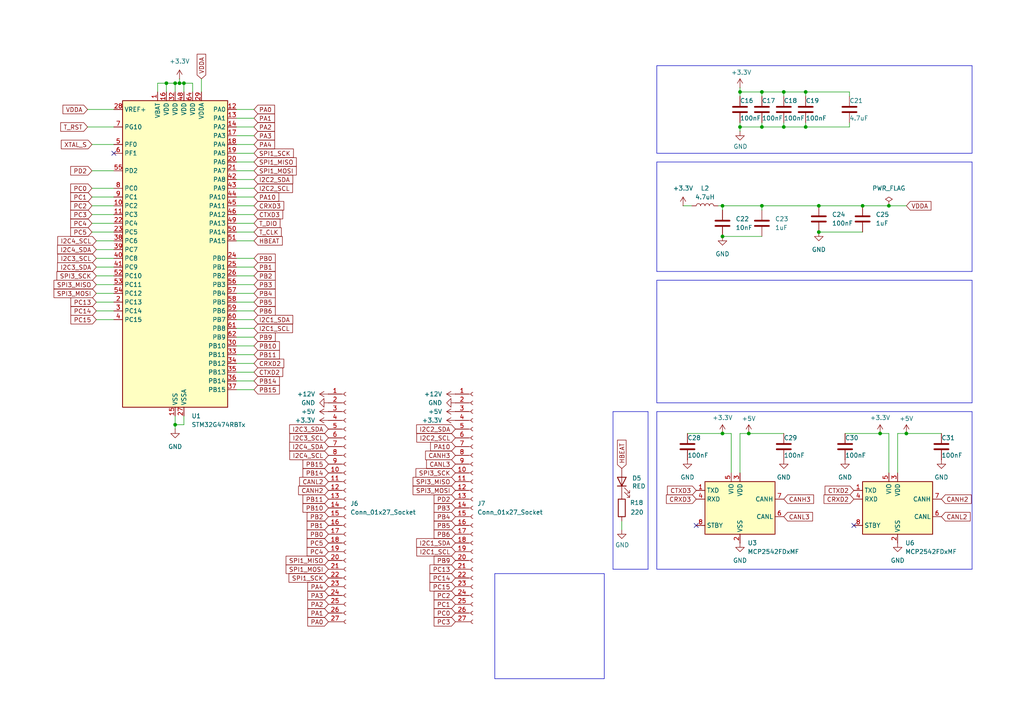
<source format=kicad_sch>
(kicad_sch (version 20231120) (generator "eeschema") (generator_version "8.0")
  (paper "A4")
  (lib_symbols
    (symbol "Connector:Conn_01x27_Socket" (pin_names (offset 1.016) hide)
      (property "Reference" "J" (at 0 35.56 0))
      (property "Value" "Conn_01x27_Socket" (at 0 -35.56 0))
      (symbol "Conn_01x27_Socket_1_1"
        (arc (start 0 -32.512) (mid -0.5058 -33.02) (end 0 -33.528) (stroke (width 0.1524)))
        (arc (start 0 -29.972) (mid -0.5058 -30.48) (end 0 -30.988) (stroke (width 0.1524)))
        (arc (start 0 -27.432) (mid -0.5058 -27.94) (end 0 -28.448) (stroke (width 0.1524)))
        (arc (start 0 -24.892) (mid -0.5058 -25.4) (end 0 -25.908) (stroke (width 0.1524)))
        (arc (start 0 -22.352) (mid -0.5058 -22.86) (end 0 -23.368) (stroke (width 0.1524)))
        (arc (start 0 -19.812) (mid -0.5058 -20.32) (end 0 -20.828) (stroke (width 0.1524)))
        (arc (start 0 -17.272) (mid -0.5058 -17.78) (end 0 -18.288) (stroke (width 0.1524)))
        (arc (start 0 -14.732) (mid -0.5058 -15.24) (end 0 -15.748) (stroke (width 0.1524)))
        (arc (start 0 -12.192) (mid -0.5058 -12.7) (end 0 -13.208) (stroke (width 0.1524)))
        (arc (start 0 -9.652) (mid -0.5058 -10.16) (end 0 -10.668) (stroke (width 0.1524)))
        (arc (start 0 -7.112) (mid -0.5058 -7.62) (end 0 -8.128) (stroke (width 0.1524)))
        (arc (start 0 -4.572) (mid -0.5058 -5.08) (end 0 -5.588) (stroke (width 0.1524)))
        (arc (start 0 -2.032) (mid -0.5058 -2.54) (end 0 -3.048) (stroke (width 0.1524)))
        (polyline (pts (xy -1.27 -33.02) (xy -0.508 -33.02)) (stroke (width 0.1524)))
        (polyline (pts (xy -1.27 -30.48) (xy -0.508 -30.48)) (stroke (width 0.1524)))
        (polyline (pts (xy -1.27 -27.94) (xy -0.508 -27.94)) (stroke (width 0.1524)))
        (polyline (pts (xy -1.27 -25.4) (xy -0.508 -25.4)) (stroke (width 0.1524)))
        (polyline (pts (xy -1.27 -22.86) (xy -0.508 -22.86)) (stroke (width 0.1524)))
        (polyline (pts (xy -1.27 -20.32) (xy -0.508 -20.32)) (stroke (width 0.1524)))
        (polyline (pts (xy -1.27 -17.78) (xy -0.508 -17.78)) (stroke (width 0.1524)))
        (polyline (pts (xy -1.27 -15.24) (xy -0.508 -15.24)) (stroke (width 0.1524)))
        (polyline (pts (xy -1.27 -12.7) (xy -0.508 -12.7)) (stroke (width 0.1524)))
        (polyline (pts (xy -1.27 -10.16) (xy -0.508 -10.16)) (stroke (width 0.1524)))
        (polyline (pts (xy -1.27 -7.62) (xy -0.508 -7.62)) (stroke (width 0.1524)))
        (polyline (pts (xy -1.27 -5.08) (xy -0.508 -5.08)) (stroke (width 0.1524)))
        (polyline (pts (xy -1.27 -2.54) (xy -0.508 -2.54)) (stroke (width 0.1524)))
        (polyline (pts (xy -1.27 0) (xy -0.508 0)) (stroke (width 0.1524)))
        (polyline (pts (xy -1.27 2.54) (xy -0.508 2.54)) (stroke (width 0.1524)))
        (polyline (pts (xy -1.27 5.08) (xy -0.508 5.08)) (stroke (width 0.1524)))
        (polyline (pts (xy -1.27 7.62) (xy -0.508 7.62)) (stroke (width 0.1524)))
        (polyline (pts (xy -1.27 10.16) (xy -0.508 10.16)) (stroke (width 0.1524)))
        (polyline (pts (xy -1.27 12.7) (xy -0.508 12.7)) (stroke (width 0.1524)))
        (polyline (pts (xy -1.27 15.24) (xy -0.508 15.24)) (stroke (width 0.1524)))
        (polyline (pts (xy -1.27 17.78) (xy -0.508 17.78)) (stroke (width 0.1524)))
        (polyline (pts (xy -1.27 20.32) (xy -0.508 20.32)) (stroke (width 0.1524)))
        (polyline (pts (xy -1.27 22.86) (xy -0.508 22.86)) (stroke (width 0.1524)))
        (polyline (pts (xy -1.27 25.4) (xy -0.508 25.4)) (stroke (width 0.1524)))
        (polyline (pts (xy -1.27 27.94) (xy -0.508 27.94)) (stroke (width 0.1524)))
        (polyline (pts (xy -1.27 30.48) (xy -0.508 30.48)) (stroke (width 0.1524)))
        (polyline (pts (xy -1.27 33.02) (xy -0.508 33.02)) (stroke (width 0.1524)))
        (arc (start 0 0.508) (mid -0.5058 0) (end 0 -0.508) (stroke (width 0.1524)))
        (arc (start 0 3.048) (mid -0.5058 2.54) (end 0 2.032) (stroke (width 0.1524)))
        (arc (start 0 5.588) (mid -0.5058 5.08) (end 0 4.572) (stroke (width 0.1524)))
        (arc (start 0 8.128) (mid -0.5058 7.62) (end 0 7.112) (stroke (width 0.1524)))
        (arc (start 0 10.668) (mid -0.5058 10.16) (end 0 9.652) (stroke (width 0.1524)))
        (arc (start 0 13.208) (mid -0.5058 12.7) (end 0 12.192) (stroke (width 0.1524)))
        (arc (start 0 15.748) (mid -0.5058 15.24) (end 0 14.732) (stroke (width 0.1524)))
        (arc (start 0 18.288) (mid -0.5058 17.78) (end 0 17.272) (stroke (width 0.1524)))
        (arc (start 0 20.828) (mid -0.5058 20.32) (end 0 19.812) (stroke (width 0.1524)))
        (arc (start 0 23.368) (mid -0.5058 22.86) (end 0 22.352) (stroke (width 0.1524)))
        (arc (start 0 25.908) (mid -0.5058 25.4) (end 0 24.892) (stroke (width 0.1524)))
        (arc (start 0 28.448) (mid -0.5058 27.94) (end 0 27.432) (stroke (width 0.1524)))
        (arc (start 0 30.988) (mid -0.5058 30.48) (end 0 29.972) (stroke (width 0.1524)))
        (arc (start 0 33.528) (mid -0.5058 33.02) (end 0 32.512) (stroke (width 0.1524)))
        (pin passive line (at -5.08 33.02 0) (length 3.81) (name "Pin_1") (number "1"))
        (pin passive line (at -5.08 10.16 0) (length 3.81) (name "Pin_10") (number "10"))
        (pin passive line (at -5.08 7.62 0) (length 3.81) (name "Pin_11") (number "11"))
        (pin passive line (at -5.08 5.08 0) (length 3.81) (name "Pin_12") (number "12"))
        (pin passive line (at -5.08 2.54 0) (length 3.81) (name "Pin_13") (number "13"))
        (pin passive line (at -5.08 0 0) (length 3.81) (name "Pin_14") (number "14"))
        (pin passive line (at -5.08 -2.54 0) (length 3.81) (name "Pin_15") (number "15"))
        (pin passive line (at -5.08 -5.08 0) (length 3.81) (name "Pin_16") (number "16"))
        (pin passive line (at -5.08 -7.62 0) (length 3.81) (name "Pin_17") (number "17"))
        (pin passive line (at -5.08 -10.16 0) (length 3.81) (name "Pin_18") (number "18"))
        (pin passive line (at -5.08 -12.7 0) (length 3.81) (name "Pin_19") (number "19"))
        (pin passive line (at -5.08 30.48 0) (length 3.81) (name "Pin_2") (number "2"))
        (pin passive line (at -5.08 -15.24 0) (length 3.81) (name "Pin_20") (number "20"))
        (pin passive line (at -5.08 -17.78 0) (length 3.81) (name "Pin_21") (number "21"))
        (pin passive line (at -5.08 -20.32 0) (length 3.81) (name "Pin_22") (number "22"))
        (pin passive line (at -5.08 -22.86 0) (length 3.81) (name "Pin_23") (number "23"))
        (pin passive line (at -5.08 -25.4 0) (length 3.81) (name "Pin_24") (number "24"))
        (pin passive line (at -5.08 -27.94 0) (length 3.81) (name "Pin_25") (number "25"))
        (pin passive line (at -5.08 -30.48 0) (length 3.81) (name "Pin_26") (number "26"))
        (pin passive line (at -5.08 -33.02 0) (length 3.81) (name "Pin_27") (number "27"))
        (pin passive line (at -5.08 27.94 0) (length 3.81) (name "Pin_3") (number "3"))
        (pin passive line (at -5.08 25.4 0) (length 3.81) (name "Pin_4") (number "4"))
        (pin passive line (at -5.08 22.86 0) (length 3.81) (name "Pin_5") (number "5"))
        (pin passive line (at -5.08 20.32 0) (length 3.81) (name "Pin_6") (number "6"))
        (pin passive line (at -5.08 17.78 0) (length 3.81) (name "Pin_7") (number "7"))
        (pin passive line (at -5.08 15.24 0) (length 3.81) (name "Pin_8") (number "8"))
        (pin passive line (at -5.08 12.7 0) (length 3.81) (name "Pin_9") (number "9"))
      )
    )
    (symbol "Device:C" (pin_numbers hide) (pin_names (offset 0.254))
      (property "Reference" "C" (at 0.635 2.54 0))
      (property "Value" "C" (at 0.635 -2.54 0))
      (symbol "C_0_1"
        (polyline (pts (xy -2.032 -0.762) (xy 2.032 -0.762)) (stroke (width 0.508)))
        (polyline (pts (xy -2.032 0.762) (xy 2.032 0.762)) (stroke (width 0.508)))
      )
      (symbol "C_1_1"
        (pin passive line (at 0 3.81 270) (length 2.794) (name "~") (number "1"))
        (pin passive line (at 0 -3.81 90) (length 2.794) (name "~") (number "2"))
      )
    )
    (symbol "Device:L" (pin_numbers hide) (pin_names (offset 1.016) hide)
      (property "Reference" "L" (at -1.27 0 90))
      (property "Value" "L" (at 1.905 0 90))
      (symbol "L_0_1"
        (arc (start 0 -2.54) (mid 0.6323 -1.905) (end 0 -1.27))
        (arc (start 0 -1.27) (mid 0.6323 -0.635) (end 0 0))
        (arc (start 0 0) (mid 0.6323 0.635) (end 0 1.27))
        (arc (start 0 1.27) (mid 0.6323 1.905) (end 0 2.54))
      )
      (symbol "L_1_1"
        (pin passive line (at 0 3.81 270) (length 1.27) (name "1") (number "1"))
        (pin passive line (at 0 -3.81 90) (length 1.27) (name "2") (number "2"))
      )
    )
    (symbol "Device:LED" (pin_numbers hide) (pin_names (offset 1.016) hide)
      (property "Reference" "D" (at 0 2.54 0))
      (property "Value" "LED" (at 0 -2.54 0))
      (symbol "LED_0_1"
        (polyline (pts (xy -1.27 -1.27) (xy -1.27 1.27)) (stroke (width 0.254)))
        (polyline (pts (xy -1.27 0) (xy 1.27 0)))
        (polyline (pts (xy 1.27 -1.27) (xy 1.27 1.27) (xy -1.27 0) (xy 1.27 -1.27)) (stroke (width 0.254)))
        (polyline (pts (xy -3.048 -0.762) (xy -4.572 -2.286) (xy -3.81 -2.286) (xy -4.572 -2.286) (xy -4.572 -1.524)))
        (polyline (pts (xy -1.778 -0.762) (xy -3.302 -2.286) (xy -2.54 -2.286) (xy -3.302 -2.286) (xy -3.302 -1.524)))
      )
      (symbol "LED_1_1"
        (pin passive line (at -3.81 0 0) (length 2.54) (name "K") (number "1"))
        (pin passive line (at 3.81 0 180) (length 2.54) (name "A") (number "2"))
      )
    )
    (symbol "Device:R" (pin_numbers hide) (pin_names (offset 0))
      (property "Reference" "R" (at 2.032 0 90))
      (property "Value" "R" (at 0 0 90))
      (symbol "R_0_1"
        (rectangle (start -1.016 -2.54) (end 1.016 2.54) (stroke (width 0.254)))
      )
      (symbol "R_1_1"
        (pin passive line (at 0 3.81 270) (length 1.27) (name "~") (number "1"))
        (pin passive line (at 0 -3.81 90) (length 1.27) (name "~") (number "2"))
      )
    )
    (symbol "Interface_CAN_LIN:MCP2542FDxMF"
      (property "Reference" "U" (at -10.16 8.89 0))
      (property "Value" "MCP2542FDxMF" (at 2.54 8.89 0))
      (symbol "MCP2542FDxMF_0_1"
        (rectangle (start -10.16 7.62) (end 10.16 -7.62) (stroke (width 0.254)) (fill (type background)))
      )
      (symbol "MCP2542FDxMF_1_1"
        (pin input line (at -12.7 5.08 0) (length 2.54) (name "TXD") (number "1"))
        (pin power_in line (at 0 -10.16 90) (length 2.54) (name "VSS") (number "2"))
        (pin power_in line (at 0 10.16 270) (length 2.54) (name "VDD") (number "3"))
        (pin output line (at -12.7 2.54 0) (length 2.54) (name "RXD") (number "4"))
        (pin power_in line (at -2.54 10.16 270) (length 2.54) (name "VIO") (number "5"))
        (pin bidirectional line (at 12.7 -2.54 180) (length 2.54) (name "CANL") (number "6"))
        (pin bidirectional line (at 12.7 2.54 180) (length 2.54) (name "CANH") (number "7"))
        (pin input line (at -12.7 -5.08 0) (length 2.54) (name "STBY") (number "8"))
        (pin passive line (at 0 -10.16 90) (length 2.54) hide (name "VSS") (number "9"))
      )
    )
    (symbol "MCU_ST_STM32G4:STM32G474RBTx"
      (property "Reference" "U" (at -15.24 46.99 0))
      (property "Value" "STM32G474RBTx" (at 10.16 46.99 0))
      (symbol "STM32G474RBTx_0_1"
        (rectangle (start -15.24 -43.18) (end 15.24 45.72) (stroke (width 0.254)) (fill (type background)))
      )
      (symbol "STM32G474RBTx_1_1"
        (pin power_in line (at -5.08 48.26 270) (length 2.54) (name "VBAT") (number "1"))
        (pin bidirectional line (at -17.78 15.24 0) (length 2.54) (name "PC2") (number "10"))
        (pin bidirectional line (at -17.78 12.7 0) (length 2.54) (name "PC3") (number "11"))
        (pin bidirectional line (at 17.78 43.18 180) (length 2.54) (name "PA0") (number "12"))
        (pin bidirectional line (at 17.78 40.64 180) (length 2.54) (name "PA1") (number "13"))
        (pin bidirectional line (at 17.78 38.1 180) (length 2.54) (name "PA2") (number "14"))
        (pin power_in line (at 0 -45.72 90) (length 2.54) (name "VSS") (number "15"))
        (pin power_in line (at -2.54 48.26 270) (length 2.54) (name "VDD") (number "16"))
        (pin bidirectional line (at 17.78 35.56 180) (length 2.54) (name "PA3") (number "17"))
        (pin bidirectional line (at 17.78 33.02 180) (length 2.54) (name "PA4") (number "18"))
        (pin bidirectional line (at 17.78 30.48 180) (length 2.54) (name "PA5") (number "19"))
        (pin bidirectional line (at -17.78 -12.7 0) (length 2.54) (name "PC13") (number "2"))
        (pin bidirectional line (at 17.78 27.94 180) (length 2.54) (name "PA6") (number "20"))
        (pin bidirectional line (at 17.78 25.4 180) (length 2.54) (name "PA7") (number "21"))
        (pin bidirectional line (at -17.78 10.16 0) (length 2.54) (name "PC4") (number "22"))
        (pin bidirectional line (at -17.78 7.62 0) (length 2.54) (name "PC5") (number "23"))
        (pin bidirectional line (at 17.78 0 180) (length 2.54) (name "PB0") (number "24"))
        (pin bidirectional line (at 17.78 -2.54 180) (length 2.54) (name "PB1") (number "25"))
        (pin bidirectional line (at 17.78 -5.08 180) (length 2.54) (name "PB2") (number "26"))
        (pin power_in line (at 2.54 -45.72 90) (length 2.54) (name "VSSA") (number "27"))
        (pin input line (at -17.78 43.18 0) (length 2.54) (name "VREF+") (number "28"))
        (pin power_in line (at 7.62 48.26 270) (length 2.54) (name "VDDA") (number "29"))
        (pin bidirectional line (at -17.78 -15.24 0) (length 2.54) (name "PC14") (number "3"))
        (pin bidirectional line (at 17.78 -25.4 180) (length 2.54) (name "PB10") (number "30"))
        (pin passive line (at 0 -45.72 90) (length 2.54) hide (name "VSS") (number "31"))
        (pin power_in line (at 0 48.26 270) (length 2.54) (name "VDD") (number "32"))
        (pin bidirectional line (at 17.78 -27.94 180) (length 2.54) (name "PB11") (number "33"))
        (pin bidirectional line (at 17.78 -30.48 180) (length 2.54) (name "PB12") (number "34"))
        (pin bidirectional line (at 17.78 -33.02 180) (length 2.54) (name "PB13") (number "35"))
        (pin bidirectional line (at 17.78 -35.56 180) (length 2.54) (name "PB14") (number "36"))
        (pin bidirectional line (at 17.78 -38.1 180) (length 2.54) (name "PB15") (number "37"))
        (pin bidirectional line (at -17.78 5.08 0) (length 2.54) (name "PC6") (number "38"))
        (pin bidirectional line (at -17.78 2.54 0) (length 2.54) (name "PC7") (number "39"))
        (pin bidirectional line (at -17.78 -17.78 0) (length 2.54) (name "PC15") (number "4"))
        (pin bidirectional line (at -17.78 0 0) (length 2.54) (name "PC8") (number "40"))
        (pin bidirectional line (at -17.78 -2.54 0) (length 2.54) (name "PC9") (number "41"))
        (pin bidirectional line (at 17.78 22.86 180) (length 2.54) (name "PA8") (number "42"))
        (pin bidirectional line (at 17.78 20.32 180) (length 2.54) (name "PA9") (number "43"))
        (pin bidirectional line (at 17.78 17.78 180) (length 2.54) (name "PA10") (number "44"))
        (pin bidirectional line (at 17.78 15.24 180) (length 2.54) (name "PA11") (number "45"))
        (pin bidirectional line (at 17.78 12.7 180) (length 2.54) (name "PA12") (number "46"))
        (pin passive line (at 0 -45.72 90) (length 2.54) hide (name "VSS") (number "47"))
        (pin power_in line (at 2.54 48.26 270) (length 2.54) (name "VDD") (number "48"))
        (pin bidirectional line (at 17.78 10.16 180) (length 2.54) (name "PA13") (number "49"))
        (pin bidirectional line (at -17.78 33.02 0) (length 2.54) (name "PF0") (number "5"))
        (pin bidirectional line (at 17.78 7.62 180) (length 2.54) (name "PA14") (number "50"))
        (pin bidirectional line (at 17.78 5.08 180) (length 2.54) (name "PA15") (number "51"))
        (pin bidirectional line (at -17.78 -5.08 0) (length 2.54) (name "PC10") (number "52"))
        (pin bidirectional line (at -17.78 -7.62 0) (length 2.54) (name "PC11") (number "53"))
        (pin bidirectional line (at -17.78 -10.16 0) (length 2.54) (name "PC12") (number "54"))
        (pin bidirectional line (at -17.78 25.4 0) (length 2.54) (name "PD2") (number "55"))
        (pin bidirectional line (at 17.78 -7.62 180) (length 2.54) (name "PB3") (number "56"))
        (pin bidirectional line (at 17.78 -10.16 180) (length 2.54) (name "PB4") (number "57"))
        (pin bidirectional line (at 17.78 -12.7 180) (length 2.54) (name "PB5") (number "58"))
        (pin bidirectional line (at 17.78 -15.24 180) (length 2.54) (name "PB6") (number "59"))
        (pin bidirectional line (at -17.78 30.48 0) (length 2.54) (name "PF1") (number "6"))
        (pin bidirectional line (at 17.78 -17.78 180) (length 2.54) (name "PB7") (number "60"))
        (pin bidirectional line (at 17.78 -20.32 180) (length 2.54) (name "PB8") (number "61"))
        (pin bidirectional line (at 17.78 -22.86 180) (length 2.54) (name "PB9") (number "62"))
        (pin passive line (at 0 -45.72 90) (length 2.54) hide (name "VSS") (number "63"))
        (pin power_in line (at 5.08 48.26 270) (length 2.54) (name "VDD") (number "64"))
        (pin bidirectional line (at -17.78 38.1 0) (length 2.54) (name "PG10") (number "7"))
        (pin bidirectional line (at -17.78 20.32 0) (length 2.54) (name "PC0") (number "8"))
        (pin bidirectional line (at -17.78 17.78 0) (length 2.54) (name "PC1") (number "9"))
      )
    )
    (symbol "power:+12V" (power) (pin_numbers hide) (pin_names (offset 0) hide)
      (property "Value" "+12V" (at 0 3.556 0))
      (symbol "+12V_0_1"
        (polyline (pts (xy -0.762 1.27) (xy 0 2.54)))
        (polyline (pts (xy 0 0) (xy 0 2.54)))
        (polyline (pts (xy 0 2.54) (xy 0.762 1.27)))
      )
      (symbol "+12V_1_1"
        (pin power_in line (at 0 0 90) (length 0) (name "~") (number "1"))
      )
    )
    (symbol "power:+3.3V" (power) (pin_numbers hide) (pin_names (offset 0) hide)
      (property "Value" "+3.3V" (at 0 3.556 0))
      (symbol "+3.3V_0_1"
        (polyline (pts (xy -0.762 1.27) (xy 0 2.54)))
        (polyline (pts (xy 0 0) (xy 0 2.54)))
        (polyline (pts (xy 0 2.54) (xy 0.762 1.27)))
      )
      (symbol "+3.3V_1_1"
        (pin power_in line (at 0 0 90) (length 0) (name "~") (number "1"))
      )
    )
    (symbol "power:+3V3" (power) (pin_numbers hide) (pin_names (offset 0) hide)
      (property "Value" "+3V3" (at 0 3.556 0))
      (symbol "+3V3_0_1"
        (polyline (pts (xy -0.762 1.27) (xy 0 2.54)))
        (polyline (pts (xy 0 0) (xy 0 2.54)))
        (polyline (pts (xy 0 2.54) (xy 0.762 1.27)))
      )
      (symbol "+3V3_1_1"
        (pin power_in line (at 0 0 90) (length 0) (name "~") (number "1"))
      )
    )
    (symbol "power:+5V" (power) (pin_numbers hide) (pin_names (offset 0) hide)
      (property "Value" "+5V" (at 0 3.556 0))
      (symbol "+5V_0_1"
        (polyline (pts (xy -0.762 1.27) (xy 0 2.54)))
        (polyline (pts (xy 0 0) (xy 0 2.54)))
        (polyline (pts (xy 0 2.54) (xy 0.762 1.27)))
      )
      (symbol "+5V_1_1"
        (pin power_in line (at 0 0 90) (length 0) (name "~") (number "1"))
      )
    )
    (symbol "power:GND" (power) (pin_numbers hide) (pin_names (offset 0) hide)
      (property "Value" "GND" (at 0 -3.81 0))
      (symbol "GND_0_1"
        (polyline (pts (xy 0 0) (xy 0 -1.27) (xy 1.27 -1.27) (xy 0 -2.54) (xy -1.27 -1.27) (xy 0 -1.27)))
      )
      (symbol "GND_1_1"
        (pin power_in line (at 0 0 270) (length 0) (name "~") (number "1"))
      )
    )
    (symbol "power:PWR_FLAG" (power) (pin_numbers hide) (pin_names (offset 0) hide)
      (property "Value" "PWR_FLAG" (at 0 3.81 0))
      (symbol "PWR_FLAG_0_0"
        (pin power_out line (at 0 0 90) (length 0) (name "~") (number "1"))
      )
      (symbol "PWR_FLAG_0_1"
        (polyline (pts (xy 0 0) (xy 0 1.27) (xy -1.016 1.905) (xy 0 2.54) (xy 1.016 1.905) (xy 0 1.27)))
      )
    )
  )
  (junction (at 227.33 36.83))
  (junction (at 262.89 125.73))
  (junction (at 50.8 123.19))
  (junction (at 209.55 68.58))
  (junction (at 255.27 125.73))
  (junction (at 237.49 67.31))
  (junction (at 237.49 59.69))
  (junction (at 214.63 26.67))
  (junction (at 209.55 125.73))
  (junction (at 52.07 24.13))
  (junction (at 250.19 59.69))
  (junction (at 217.17 125.73))
  (junction (at 209.55 59.69))
  (junction (at 50.8 24.13))
  (junction (at 220.98 36.83))
  (junction (at 48.26 24.13))
  (junction (at 53.34 24.13))
  (junction (at 220.98 59.69))
  (junction (at 257.81 59.69))
  (junction (at 233.68 36.83))
  (junction (at 220.98 26.67))
  (junction (at 227.33 26.67))
  (junction (at 214.63 36.83))
  (junction (at 233.68 26.67))
  (no_connect (at 33.02 44.45))
  (no_connect (at 247.65 152.4))
  (no_connect (at 201.93 152.4))
  (wire (pts (xy 68.58 62.23) (xy 73.66 62.23)))
  (wire (pts (xy 53.34 24.13) (xy 55.88 24.13)))
  (wire (pts (xy 73.66 64.77) (xy 68.58 64.77)))
  (wire (pts (xy 45.72 24.13) (xy 45.72 26.67)))
  (wire (pts (xy 50.8 24.13) (xy 50.8 26.67)))
  (wire (pts (xy 68.58 49.53) (xy 73.66 49.53)))
  (polyline (pts (xy 190.5 119.38) (xy 190.5 165.1)))
  (polyline (pts (xy 143.51 196.85) (xy 175.26 196.85)))
  (wire (pts (xy 214.63 36.83) (xy 214.63 38.1)))
  (wire (pts (xy 220.98 59.69) (xy 220.98 60.96)))
  (wire (pts (xy 220.98 36.83) (xy 214.63 36.83)))
  (wire (pts (xy 212.09 125.73) (xy 209.55 125.73)))
  (wire (pts (xy 26.67 41.91) (xy 33.02 41.91)))
  (wire (pts (xy 48.26 24.13) (xy 48.26 26.67)))
  (wire (pts (xy 73.66 82.55) (xy 68.58 82.55)))
  (wire (pts (xy 68.58 102.87) (xy 73.66 102.87)))
  (wire (pts (xy 45.72 24.13) (xy 48.26 24.13)))
  (polyline (pts (xy 190.5 19.05) (xy 190.5 44.45)))
  (wire (pts (xy 209.55 68.58) (xy 220.98 68.58)))
  (wire (pts (xy 68.58 44.45) (xy 73.66 44.45)))
  (wire (pts (xy 220.98 27.94) (xy 220.98 26.67)))
  (wire (pts (xy 68.58 113.03) (xy 73.66 113.03)))
  (wire (pts (xy 26.67 59.69) (xy 33.02 59.69)))
  (wire (pts (xy 68.58 100.33) (xy 73.66 100.33)))
  (wire (pts (xy 26.67 64.77) (xy 33.02 64.77)))
  (wire (pts (xy 27.94 82.55) (xy 33.02 82.55)))
  (wire (pts (xy 227.33 35.56) (xy 227.33 36.83)))
  (polyline (pts (xy 190.5 116.84) (xy 281.94 116.84)))
  (wire (pts (xy 27.94 85.09) (xy 33.02 85.09)))
  (wire (pts (xy 50.8 123.19) (xy 50.8 124.46)))
  (wire (pts (xy 50.8 24.13) (xy 52.07 24.13)))
  (polyline (pts (xy 187.96 165.1) (xy 177.8 165.1)))
  (wire (pts (xy 220.98 59.69) (xy 237.49 59.69)))
  (wire (pts (xy 73.66 107.95) (xy 68.58 107.95)))
  (wire (pts (xy 68.58 90.17) (xy 73.66 90.17)))
  (wire (pts (xy 68.58 46.99) (xy 73.66 46.99)))
  (polyline (pts (xy 175.26 166.37) (xy 143.51 166.37)))
  (polyline (pts (xy 190.5 81.28) (xy 190.5 83.82)))
  (polyline (pts (xy 190.5 78.74) (xy 190.5 46.99)))
  (wire (pts (xy 53.34 24.13) (xy 53.34 26.67)))
  (wire (pts (xy 25.4 31.75) (xy 33.02 31.75)))
  (polyline (pts (xy 143.51 166.37) (xy 143.51 196.85)))
  (wire (pts (xy 257.81 125.73) (xy 257.81 137.16)))
  (wire (pts (xy 246.38 35.56) (xy 246.38 36.83)))
  (wire (pts (xy 214.63 137.16) (xy 214.63 125.73)))
  (polyline (pts (xy 177.8 165.1) (xy 177.8 119.38)))
  (wire (pts (xy 68.58 67.31) (xy 73.66 67.31)))
  (wire (pts (xy 220.98 26.67) (xy 214.63 26.67)))
  (wire (pts (xy 214.63 26.67) (xy 214.63 25.4)))
  (wire (pts (xy 68.58 87.63) (xy 73.66 87.63)))
  (wire (pts (xy 233.68 26.67) (xy 227.33 26.67)))
  (wire (pts (xy 52.07 22.86) (xy 52.07 24.13)))
  (wire (pts (xy 26.67 54.61) (xy 33.02 54.61)))
  (wire (pts (xy 27.94 72.39) (xy 33.02 72.39)))
  (wire (pts (xy 233.68 26.67) (xy 246.38 26.67)))
  (wire (pts (xy 55.88 24.13) (xy 55.88 26.67)))
  (polyline (pts (xy 177.8 119.38) (xy 187.96 119.38)))
  (wire (pts (xy 220.98 35.56) (xy 220.98 36.83)))
  (polyline (pts (xy 281.94 19.05) (xy 190.5 19.05)))
  (polyline (pts (xy 187.96 165.1) (xy 187.96 165.1)))
  (wire (pts (xy 68.58 105.41) (xy 73.66 105.41)))
  (wire (pts (xy 68.58 80.01) (xy 73.66 80.01)))
  (wire (pts (xy 68.58 92.71) (xy 73.66 92.71)))
  (polyline (pts (xy 281.94 44.45) (xy 281.94 19.05)))
  (wire (pts (xy 68.58 41.91) (xy 73.66 41.91)))
  (wire (pts (xy 27.94 74.93) (xy 33.02 74.93)))
  (wire (pts (xy 68.58 31.75) (xy 73.66 31.75)))
  (wire (pts (xy 260.35 137.16) (xy 260.35 125.73)))
  (polyline (pts (xy 281.94 81.28) (xy 190.5 81.28)))
  (wire (pts (xy 214.63 35.56) (xy 214.63 36.83)))
  (polyline (pts (xy 281.94 165.1) (xy 190.5 165.1)))
  (wire (pts (xy 26.67 57.15) (xy 33.02 57.15)))
  (wire (pts (xy 50.8 123.19) (xy 53.34 123.19)))
  (wire (pts (xy 209.55 59.69) (xy 209.55 60.96)))
  (wire (pts (xy 68.58 74.93) (xy 73.66 74.93)))
  (wire (pts (xy 53.34 123.19) (xy 53.34 120.65)))
  (polyline (pts (xy 281.94 119.38) (xy 281.94 165.1)))
  (polyline (pts (xy 190.5 44.45) (xy 281.94 44.45)))
  (wire (pts (xy 58.42 22.86) (xy 58.42 26.67)))
  (wire (pts (xy 214.63 27.94) (xy 214.63 26.67)))
  (wire (pts (xy 257.81 59.69) (xy 262.89 59.69)))
  (wire (pts (xy 52.07 24.13) (xy 53.34 24.13)))
  (wire (pts (xy 68.58 52.07) (xy 73.66 52.07)))
  (polyline (pts (xy 175.26 166.37) (xy 175.26 196.85)))
  (polyline (pts (xy 281.94 116.84) (xy 281.94 81.28)))
  (polyline (pts (xy 187.96 119.38) (xy 187.96 165.1)))
  (wire (pts (xy 198.12 59.69) (xy 200.66 59.69)))
  (wire (pts (xy 209.55 125.73) (xy 199.39 125.73)))
  (polyline (pts (xy 190.5 46.99) (xy 281.94 46.99)))
  (polyline (pts (xy 190.5 78.74) (xy 281.94 78.74)))
  (wire (pts (xy 233.68 36.83) (xy 227.33 36.83)))
  (wire (pts (xy 26.67 49.53) (xy 33.02 49.53)))
  (wire (pts (xy 26.67 62.23) (xy 33.02 62.23)))
  (wire (pts (xy 26.67 67.31) (xy 33.02 67.31)))
  (wire (pts (xy 257.81 125.73) (xy 255.27 125.73)))
  (wire (pts (xy 68.58 59.69) (xy 73.66 59.69)))
  (wire (pts (xy 68.58 36.83) (xy 73.66 36.83)))
  (polyline (pts (xy 190.5 83.82) (xy 190.5 116.84)))
  (wire (pts (xy 27.94 87.63) (xy 33.02 87.63)))
  (wire (pts (xy 73.66 110.49) (xy 68.58 110.49)))
  (wire (pts (xy 209.55 59.69) (xy 220.98 59.69)))
  (wire (pts (xy 68.58 39.37) (xy 73.66 39.37)))
  (wire (pts (xy 233.68 35.56) (xy 233.68 36.83)))
  (wire (pts (xy 27.94 90.17) (xy 33.02 90.17)))
  (wire (pts (xy 68.58 57.15) (xy 73.66 57.15)))
  (wire (pts (xy 208.28 59.69) (xy 209.55 59.69)))
  (wire (pts (xy 48.26 24.13) (xy 50.8 24.13)))
  (wire (pts (xy 68.58 77.47) (xy 73.66 77.47)))
  (wire (pts (xy 27.94 92.71) (xy 33.02 92.71)))
  (wire (pts (xy 233.68 27.94) (xy 233.68 26.67)))
  (wire (pts (xy 25.4 36.83) (xy 33.02 36.83)))
  (wire (pts (xy 237.49 59.69) (xy 250.19 59.69)))
  (wire (pts (xy 227.33 26.67) (xy 220.98 26.67)))
  (wire (pts (xy 260.35 125.73) (xy 262.89 125.73)))
  (wire (pts (xy 227.33 27.94) (xy 227.33 26.67)))
  (wire (pts (xy 68.58 97.79) (xy 73.66 97.79)))
  (wire (pts (xy 233.68 36.83) (xy 246.38 36.83)))
  (wire (pts (xy 237.49 67.31) (xy 250.19 67.31)))
  (wire (pts (xy 250.19 59.69) (xy 257.81 59.69)))
  (wire (pts (xy 27.94 69.85) (xy 33.02 69.85)))
  (wire (pts (xy 50.8 120.65) (xy 50.8 123.19)))
  (wire (pts (xy 68.58 54.61) (xy 73.66 54.61)))
  (wire (pts (xy 212.09 125.73) (xy 212.09 137.16)))
  (wire (pts (xy 68.58 95.25) (xy 73.66 95.25)))
  (wire (pts (xy 217.17 125.73) (xy 227.33 125.73)))
  (wire (pts (xy 180.34 153.67) (xy 180.34 151.13)))
  (wire (pts (xy 73.66 85.09) (xy 68.58 85.09)))
  (wire (pts (xy 27.94 80.01) (xy 33.02 80.01)))
  (wire (pts (xy 227.33 36.83) (xy 220.98 36.83)))
  (wire (pts (xy 214.63 125.73) (xy 217.17 125.73)))
  (wire (pts (xy 68.58 34.29) (xy 73.66 34.29)))
  (wire (pts (xy 246.38 27.94) (xy 246.38 26.67)))
  (wire (pts (xy 68.58 69.85) (xy 73.66 69.85)))
  (polyline (pts (xy 190.5 119.38) (xy 281.94 119.38)))
  (polyline (pts (xy 281.94 46.99) (xy 281.94 78.74)))
  (wire (pts (xy 27.94 77.47) (xy 33.02 77.47)))
  (wire (pts (xy 255.27 125.73) (xy 245.11 125.73)))
  (wire (pts (xy 262.89 125.73) (xy 273.05 125.73)))
  (global_label "I2C3_SCL" (shape input) (at 27.94 74.93 180) (property "Intersheetrefs" "${INTERSHEET_REFS}" (effects (hide yes))))
  (global_label "PC4" (shape input) (at 95.25 160.02 180) (property "Intersheetrefs" "${INTERSHEET_REFS}" (effects (hide yes))))
  (global_label "PA2" (shape input) (at 95.25 175.26 180) (property "Intersheetrefs" "${INTERSHEET_REFS}" (effects (hide yes))))
  (global_label "PB9" (shape input) (at 73.66 97.79 0) (property "Intersheetrefs" "${INTERSHEET_REFS}" (effects (hide yes))))
  (global_label "PC0" (shape input) (at 132.08 177.8 180) (property "Intersheetrefs" "${INTERSHEET_REFS}" (effects (hide yes))))
  (global_label "PC5" (shape input) (at 26.67 67.31 180) (property "Intersheetrefs" "${INTERSHEET_REFS}" (effects (hide yes))))
  (global_label "PB5" (shape input) (at 73.66 87.63 0) (property "Intersheetrefs" "${INTERSHEET_REFS}" (effects (hide yes))))
  (global_label "CANL2" (shape input) (at 95.25 139.7 180) (property "Intersheetrefs" "${INTERSHEET_REFS}" (effects (hide yes))))
  (global_label "PC1" (shape input) (at 132.08 175.26 180) (property "Intersheetrefs" "${INTERSHEET_REFS}" (effects (hide yes))))
  (global_label "I2C3_SDA" (shape input) (at 27.94 77.47 180) (property "Intersheetrefs" "${INTERSHEET_REFS}" (effects (hide yes))))
  (global_label "PB11" (shape input) (at 95.25 144.78 180) (property "Intersheetrefs" "${INTERSHEET_REFS}" (effects (hide yes))))
  (global_label "PB10" (shape input) (at 73.66 100.33 0) (property "Intersheetrefs" "${INTERSHEET_REFS}" (effects (hide yes))))
  (global_label "PA0" (shape input) (at 73.66 31.75 0) (property "Intersheetrefs" "${INTERSHEET_REFS}" (effects (hide yes))))
  (global_label "PA1" (shape input) (at 95.25 177.8 180) (property "Intersheetrefs" "${INTERSHEET_REFS}" (effects (hide yes))))
  (global_label "T_RST" (shape input) (at 25.4 36.83 180) (property "Intersheetrefs" "${INTERSHEET_REFS}" (effects (hide yes))))
  (global_label "PA3" (shape input) (at 95.25 172.72 180) (property "Intersheetrefs" "${INTERSHEET_REFS}" (effects (hide yes))))
  (global_label "SPI1_SCK" (shape input) (at 73.66 44.45 0) (property "Intersheetrefs" "${INTERSHEET_REFS}" (effects (hide yes))))
  (global_label "CTXD2" (shape input) (at 247.65 142.24 180) (property "Intersheetrefs" "${INTERSHEET_REFS}" (effects (hide yes))))
  (global_label "PC0" (shape input) (at 26.67 54.61 180) (property "Intersheetrefs" "${INTERSHEET_REFS}" (effects (hide yes))))
  (global_label "PB10" (shape input) (at 95.25 147.32 180) (property "Intersheetrefs" "${INTERSHEET_REFS}" (effects (hide yes))))
  (global_label "I2C2_SDA" (shape input) (at 73.66 52.07 0) (property "Intersheetrefs" "${INTERSHEET_REFS}" (effects (hide yes))))
  (global_label "HBEAT" (shape input) (at 180.34 135.89 90) (property "Intersheetrefs" "${INTERSHEET_REFS}" (effects (hide yes))))
  (global_label "PB4" (shape input) (at 132.08 149.86 180) (property "Intersheetrefs" "${INTERSHEET_REFS}" (effects (hide yes))))
  (global_label "I2C3_SDA" (shape input) (at 95.25 124.46 180) (property "Intersheetrefs" "${INTERSHEET_REFS}" (effects (hide yes))))
  (global_label "SPI3_MOSI" (shape input) (at 132.08 142.24 180) (property "Intersheetrefs" "${INTERSHEET_REFS}" (effects (hide yes))))
  (global_label "PB14" (shape input) (at 73.66 110.49 0) (property "Intersheetrefs" "${INTERSHEET_REFS}" (effects (hide yes))))
  (global_label "PA2" (shape input) (at 73.66 36.83 0) (property "Intersheetrefs" "${INTERSHEET_REFS}" (effects (hide yes))))
  (global_label "PD2" (shape input) (at 132.08 144.78 180) (property "Intersheetrefs" "${INTERSHEET_REFS}" (effects (hide yes))))
  (global_label "PC5" (shape input) (at 95.25 157.48 180) (property "Intersheetrefs" "${INTERSHEET_REFS}" (effects (hide yes))))
  (global_label "SPI1_MOSI" (shape input) (at 73.66 49.53 0) (property "Intersheetrefs" "${INTERSHEET_REFS}" (effects (hide yes))))
  (global_label "SPI3_SCK" (shape input) (at 27.94 80.01 180) (property "Intersheetrefs" "${INTERSHEET_REFS}" (effects (hide yes))))
  (global_label "CANH2" (shape input) (at 95.25 142.24 180) (property "Intersheetrefs" "${INTERSHEET_REFS}" (effects (hide yes))))
  (global_label "I2C3_SCL" (shape input) (at 95.25 127 180) (property "Intersheetrefs" "${INTERSHEET_REFS}" (effects (hide yes))))
  (global_label "PB1" (shape input) (at 73.66 77.47 0) (property "Intersheetrefs" "${INTERSHEET_REFS}" (effects (hide yes))))
  (global_label "I2C1_SDA" (shape input) (at 73.66 92.71 0) (property "Intersheetrefs" "${INTERSHEET_REFS}" (effects (hide yes))))
  (global_label "CRXD2" (shape input) (at 247.65 144.78 180) (property "Intersheetrefs" "${INTERSHEET_REFS}" (effects (hide yes))))
  (global_label "PB6" (shape input) (at 132.08 154.94 180) (property "Intersheetrefs" "${INTERSHEET_REFS}" (effects (hide yes))))
  (global_label "SPI3_MOSI" (shape input) (at 27.94 85.09 180) (property "Intersheetrefs" "${INTERSHEET_REFS}" (effects (hide yes))))
  (global_label "PB0" (shape input) (at 73.66 74.93 0) (property "Intersheetrefs" "${INTERSHEET_REFS}" (effects (hide yes))))
  (global_label "CRXD3" (shape input) (at 73.66 59.69 0) (property "Intersheetrefs" "${INTERSHEET_REFS}" (effects (hide yes))))
  (global_label "XTAL_S" (shape input) (at 26.67 41.91 180) (property "Intersheetrefs" "${INTERSHEET_REFS}" (effects (hide yes))))
  (global_label "PC14" (shape input) (at 27.94 90.17 180) (property "Intersheetrefs" "${INTERSHEET_REFS}" (effects (hide yes))))
  (global_label "PC15" (shape input) (at 132.08 170.18 180) (property "Intersheetrefs" "${INTERSHEET_REFS}" (effects (hide yes))))
  (global_label "CANL3" (shape input) (at 227.33 149.86 0) (property "Intersheetrefs" "${INTERSHEET_REFS}" (effects (hide yes))))
  (global_label "PB0" (shape input) (at 95.25 154.94 180) (property "Intersheetrefs" "${INTERSHEET_REFS}" (effects (hide yes))))
  (global_label "I2C4_SCL" (shape input) (at 27.94 69.85 180) (property "Intersheetrefs" "${INTERSHEET_REFS}" (effects (hide yes))))
  (global_label "PB2" (shape input) (at 73.66 80.01 0) (property "Intersheetrefs" "${INTERSHEET_REFS}" (effects (hide yes))))
  (global_label "PB2" (shape input) (at 95.25 149.86 180) (property "Intersheetrefs" "${INTERSHEET_REFS}" (effects (hide yes))))
  (global_label "CRXD2" (shape input) (at 73.66 105.41 0) (property "Intersheetrefs" "${INTERSHEET_REFS}" (effects (hide yes))))
  (global_label "I2C2_SCL" (shape input) (at 132.08 127 180) (property "Intersheetrefs" "${INTERSHEET_REFS}" (effects (hide yes))))
  (global_label "VDDA" (shape input) (at 58.42 22.86 90) (property "Intersheetrefs" "${INTERSHEET_REFS}" (effects (hide yes))))
  (global_label "CANH3" (shape input) (at 132.08 132.08 180) (property "Intersheetrefs" "${INTERSHEET_REFS}" (effects (hide yes))))
  (global_label "PC4" (shape input) (at 26.67 64.77 180) (property "Intersheetrefs" "${INTERSHEET_REFS}" (effects (hide yes))))
  (global_label "PB6" (shape input) (at 73.66 90.17 0) (property "Intersheetrefs" "${INTERSHEET_REFS}" (effects (hide yes))))
  (global_label "T_DIO" (shape input) (at 73.66 64.77 0) (property "Intersheetrefs" "${INTERSHEET_REFS}" (effects (hide yes))))
  (global_label "I2C1_SDA" (shape input) (at 132.08 157.48 180) (property "Intersheetrefs" "${INTERSHEET_REFS}" (effects (hide yes))))
  (global_label "CTXD3" (shape input) (at 73.66 62.23 0) (property "Intersheetrefs" "${INTERSHEET_REFS}" (effects (hide yes))))
  (global_label "PA4" (shape input) (at 73.66 41.91 0) (property "Intersheetrefs" "${INTERSHEET_REFS}" (effects (hide yes))))
  (global_label "PA0" (shape input) (at 95.25 180.34 180) (property "Intersheetrefs" "${INTERSHEET_REFS}" (effects (hide yes))))
  (global_label "SPI1_SCK" (shape input) (at 95.25 167.64 180) (property "Intersheetrefs" "${INTERSHEET_REFS}" (effects (hide yes))))
  (global_label "PC13" (shape input) (at 27.94 87.63 180) (property "Intersheetrefs" "${INTERSHEET_REFS}" (effects (hide yes))))
  (global_label "PA1" (shape input) (at 73.66 34.29 0) (property "Intersheetrefs" "${INTERSHEET_REFS}" (effects (hide yes))))
  (global_label "PB5" (shape input) (at 132.08 152.4 180) (property "Intersheetrefs" "${INTERSHEET_REFS}" (effects (hide yes))))
  (global_label "PC3" (shape input) (at 26.67 62.23 180) (property "Intersheetrefs" "${INTERSHEET_REFS}" (effects (hide yes))))
  (global_label "PA4" (shape input) (at 95.25 170.18 180) (property "Intersheetrefs" "${INTERSHEET_REFS}" (effects (hide yes))))
  (global_label "PC2" (shape input) (at 26.67 59.69 180) (property "Intersheetrefs" "${INTERSHEET_REFS}" (effects (hide yes))))
  (global_label "PB4" (shape input) (at 73.66 85.09 0) (property "Intersheetrefs" "${INTERSHEET_REFS}" (effects (hide yes))))
  (global_label "I2C2_SDA" (shape input) (at 132.08 124.46 180) (property "Intersheetrefs" "${INTERSHEET_REFS}" (effects (hide yes))))
  (global_label "PB15" (shape input) (at 73.66 113.03 0) (property "Intersheetrefs" "${INTERSHEET_REFS}" (effects (hide yes))))
  (global_label "PC1" (shape input) (at 26.67 57.15 180) (property "Intersheetrefs" "${INTERSHEET_REFS}" (effects (hide yes))))
  (global_label "HBEAT" (shape input) (at 73.66 69.85 0) (property "Intersheetrefs" "${INTERSHEET_REFS}" (effects (hide yes))))
  (global_label "T_CLK" (shape input) (at 73.66 67.31 0) (property "Intersheetrefs" "${INTERSHEET_REFS}" (effects (hide yes))))
  (global_label "I2C4_SDA" (shape input) (at 95.25 129.54 180) (property "Intersheetrefs" "${INTERSHEET_REFS}" (effects (hide yes))))
  (global_label "PC3" (shape input) (at 132.08 180.34 180) (property "Intersheetrefs" "${INTERSHEET_REFS}" (effects (hide yes))))
  (global_label "I2C4_SDA" (shape input) (at 27.94 72.39 180) (property "Intersheetrefs" "${INTERSHEET_REFS}" (effects (hide yes))))
  (global_label "PC15" (shape input) (at 27.94 92.71 180) (property "Intersheetrefs" "${INTERSHEET_REFS}" (effects (hide yes))))
  (global_label "PB9" (shape input) (at 132.08 162.56 180) (property "Intersheetrefs" "${INTERSHEET_REFS}" (effects (hide yes))))
  (global_label "VDDA" (shape input) (at 25.4 31.75 180) (property "Intersheetrefs" "${INTERSHEET_REFS}" (effects (hide yes))))
  (global_label "PA10" (shape input) (at 73.66 57.15 0) (property "Intersheetrefs" "${INTERSHEET_REFS}" (effects (hide yes))))
  (global_label "CANL3" (shape input) (at 132.08 134.62 180) (property "Intersheetrefs" "${INTERSHEET_REFS}" (effects (hide yes))))
  (global_label "PB3" (shape input) (at 73.66 82.55 0) (property "Intersheetrefs" "${INTERSHEET_REFS}" (effects (hide yes))))
  (global_label "SPI3_MISO" (shape input) (at 132.08 139.7 180) (property "Intersheetrefs" "${INTERSHEET_REFS}" (effects (hide yes))))
  (global_label "PA10" (shape input) (at 132.08 129.54 180) (property "Intersheetrefs" "${INTERSHEET_REFS}" (effects (hide yes))))
  (global_label "SPI1_MOSI" (shape input) (at 95.25 165.1 180) (property "Intersheetrefs" "${INTERSHEET_REFS}" (effects (hide yes))))
  (global_label "I2C2_SCL" (shape input) (at 73.66 54.61 0) (property "Intersheetrefs" "${INTERSHEET_REFS}" (effects (hide yes))))
  (global_label "PB15" (shape input) (at 95.25 134.62 180) (property "Intersheetrefs" "${INTERSHEET_REFS}" (effects (hide yes))))
  (global_label "PC13" (shape input) (at 132.08 165.1 180) (property "Intersheetrefs" "${INTERSHEET_REFS}" (effects (hide yes))))
  (global_label "VDDA" (shape input) (at 262.89 59.69 0) (property "Intersheetrefs" "${INTERSHEET_REFS}" (effects (hide yes))))
  (global_label "PB11" (shape input) (at 73.66 102.87 0) (property "Intersheetrefs" "${INTERSHEET_REFS}" (effects (hide yes))))
  (global_label "CTXD3" (shape input) (at 201.93 142.24 180) (property "Intersheetrefs" "${INTERSHEET_REFS}" (effects (hide yes))))
  (global_label "SPI1_MISO" (shape input) (at 73.66 46.99 0) (property "Intersheetrefs" "${INTERSHEET_REFS}" (effects (hide yes))))
  (global_label "I2C1_SCL" (shape input) (at 73.66 95.25 0) (property "Intersheetrefs" "${INTERSHEET_REFS}" (effects (hide yes))))
  (global_label "PB3" (shape input) (at 132.08 147.32 180) (property "Intersheetrefs" "${INTERSHEET_REFS}" (effects (hide yes))))
  (global_label "PC2" (shape input) (at 132.08 172.72 180) (property "Intersheetrefs" "${INTERSHEET_REFS}" (effects (hide yes))))
  (global_label "CANL2" (shape input) (at 273.05 149.86 0) (property "Intersheetrefs" "${INTERSHEET_REFS}" (effects (hide yes))))
  (global_label "SPI3_SCK" (shape input) (at 132.08 137.16 180) (property "Intersheetrefs" "${INTERSHEET_REFS}" (effects (hide yes))))
  (global_label "PA3" (shape input) (at 73.66 39.37 0) (property "Intersheetrefs" "${INTERSHEET_REFS}" (effects (hide yes))))
  (global_label "I2C4_SCL" (shape input) (at 95.25 132.08 180) (property "Intersheetrefs" "${INTERSHEET_REFS}" (effects (hide yes))))
  (global_label "PB1" (shape input) (at 95.25 152.4 180) (property "Intersheetrefs" "${INTERSHEET_REFS}" (effects (hide yes))))
  (global_label "CANH3" (shape input) (at 227.33 144.78 0) (property "Intersheetrefs" "${INTERSHEET_REFS}" (effects (hide yes))))
  (global_label "SPI3_MISO" (shape input) (at 27.94 82.55 180) (property "Intersheetrefs" "${INTERSHEET_REFS}" (effects (hide yes))))
  (global_label "CANH2" (shape input) (at 273.05 144.78 0) (property "Intersheetrefs" "${INTERSHEET_REFS}" (effects (hide yes))))
  (global_label "I2C1_SCL" (shape input) (at 132.08 160.02 180) (property "Intersheetrefs" "${INTERSHEET_REFS}" (effects (hide yes))))
  (global_label "PC14" (shape input) (at 132.08 167.64 180) (property "Intersheetrefs" "${INTERSHEET_REFS}" (effects (hide yes))))
  (global_label "PD2" (shape input) (at 26.67 49.53 180) (property "Intersheetrefs" "${INTERSHEET_REFS}" (effects (hide yes))))
  (global_label "CRXD3" (shape input) (at 201.93 144.78 180) (property "Intersheetrefs" "${INTERSHEET_REFS}" (effects (hide yes))))
  (global_label "PB14" (shape input) (at 95.25 137.16 180) (property "Intersheetrefs" "${INTERSHEET_REFS}" (effects (hide yes))))
  (global_label "CTXD2" (shape input) (at 73.66 107.95 0) (property "Intersheetrefs" "${INTERSHEET_REFS}" (effects (hide yes))))
  (global_label "SPI1_MISO" (shape input) (at 95.25 162.56 180) (property "Intersheetrefs" "${INTERSHEET_REFS}" (effects (hide yes))))
  (symbol (lib_id "Device:C") (at 214.63 31.75 0) (unit 1)
    (property "Reference" "C16" (at 214.63 29.21 0) (effects (justify left)))
    (property "Value" "100nF" (at 214.63 34.29 0) (effects (justify left)))
    (property "Footprint" "Capacitor_SMD:C_0603_1608Metric" (effects (hide yes)))
    (property "Description" "Unpolarized capacitor" (effects (hide yes)))
    (property "LCSC" "C14663" (effects (hide yes)))
  )
  (symbol (lib_id "power:+3.3V") (at 132.08 121.92 90) (unit 1)
    (property "Reference" "#PWR068" (effects (hide yes)))
    (property "Value" "+3.3V" (at 128.27 121.9199 90) (effects (justify left)))
    (property "Description" "Power symbol creates a global label with name \"+3.3V\"" (effects (hide yes)))
  )
  (symbol (lib_id "power:GND") (at 199.39 133.35 0) (unit 1)
    (property "Reference" "#PWR037" (effects (hide yes)))
    (property "Value" "GND" (at 199.39 138.43 0))
    (property "Description" "Power symbol creates a global label with name \"GND\" , ground" (effects (hide yes)))
  )
  (symbol (lib_id "power:GND") (at 214.63 38.1 0) (unit 1)
    (property "Reference" "#PWR028" (effects (hide yes)))
    (property "Value" "GND" (at 214.757 42.4942 0))
    (property "Description" "Power symbol creates a global label with name \"GND\" , ground" (effects (hide yes)))
  )
  (symbol (lib_id "power:GND") (at 260.35 157.48 0) (unit 1)
    (property "Reference" "#PWR036" (effects (hide yes)))
    (property "Value" "GND" (at 260.35 162.56 0))
    (property "Description" "Power symbol creates a global label with name \"GND\" , ground" (effects (hide yes)))
  )
  (symbol (lib_id "power:+3V3") (at 214.63 25.4 0) (unit 1)
    (property "Reference" "#PWR027" (effects (hide yes)))
    (property "Value" "+3.3V" (at 215.011 21.0058 0))
    (property "Description" "Power symbol creates a global label with name \"+3V3\"" (effects (hide yes)))
  )
  (symbol (lib_id "power:+3.3V") (at 209.55 125.73 0) (unit 1)
    (property "Reference" "#PWR041" (effects (hide yes)))
    (property "Value" "+3.3V" (at 209.55 121.158 0))
    (property "Description" "Power symbol creates a global label with name \"+3.3V\"" (effects (hide yes)))
  )
  (symbol (lib_id "power:GND") (at 214.63 157.48 0) (unit 1)
    (property "Reference" "#PWR042" (effects (hide yes)))
    (property "Value" "GND" (at 214.63 162.56 0))
    (property "Description" "Power symbol creates a global label with name \"GND\" , ground" (effects (hide yes)))
  )
  (symbol (lib_id "Device:C") (at 227.33 31.75 0) (unit 1)
    (property "Reference" "C18" (at 227.33 29.21 0) (effects (justify left)))
    (property "Value" "100nF" (at 227.33 34.29 0) (effects (justify left)))
    (property "Footprint" "Capacitor_SMD:C_0603_1608Metric" (effects (hide yes)))
    (property "Description" "Unpolarized capacitor" (effects (hide yes)))
    (property "LCSC" "C14663" (effects (hide yes)))
  )
  (symbol (lib_id "Device:C") (at 209.55 64.77 0) (unit 1)
    (property "Reference" "C22" (at 213.36 63.4999 0) (effects (justify left)))
    (property "Value" "10nF" (at 213.36 66.0399 0) (effects (justify left)))
    (property "Footprint" "Capacitor_SMD:C_0603_1608Metric" (effects (hide yes)))
    (property "Description" "Unpolarized capacitor" (effects (hide yes)))
    (property "LCSC" " C57112" (effects (hide yes)))
  )
  (symbol (lib_id "Device:C") (at 250.19 63.5 0) (unit 1)
    (property "Reference" "C25" (at 254 62.2299 0) (effects (justify left)))
    (property "Value" "1uF" (at 254 64.7699 0) (effects (justify left)))
    (property "Footprint" "Capacitor_SMD:C_0603_1608Metric" (effects (hide yes)))
    (property "Description" "Unpolarized capacitor" (effects (hide yes)))
    (property "LCSC" "C15849" (effects (hide yes)))
  )
  (symbol (lib_id "Device:C") (at 233.68 31.75 0) (unit 1)
    (property "Reference" "C19" (at 233.68 29.21 0) (effects (justify left)))
    (property "Value" "100nF" (at 233.68 34.29 0) (effects (justify left)))
    (property "Footprint" "Capacitor_SMD:C_0603_1608Metric" (effects (hide yes)))
    (property "Description" "Unpolarized capacitor" (effects (hide yes)))
    (property "LCSC" "C14663" (effects (hide yes)))
  )
  (symbol (lib_id "power:GND") (at 237.49 67.31 0) (unit 1)
    (property "Reference" "#PWR032" (effects (hide yes)))
    (property "Value" "GND" (at 237.49 72.39 0))
    (property "Description" "Power symbol creates a global label with name \"GND\" , ground" (effects (hide yes)))
  )
  (symbol (lib_id "Interface_CAN_LIN:MCP2542FDxMF") (at 214.63 147.32 0) (unit 1)
    (property "Reference" "U3" (at 216.8241 157.48 0) (effects (justify left)))
    (property "Value" "MCP2542FDxMF" (at 216.8241 160.02 0) (effects (justify left)))
    (property "Footprint" "Package_SO:SOIC-8_3.9x4.9mm_P1.27mm" (effects (hide yes)))
    (property "Datasheet" "http://ww1.microchip.com/downloads/en/DeviceDoc/MCP2542FD-4FD-MCP2542WFD-4WFD-Data-Sheet20005514B.pdf" (effects (hide yes)))
    (property "Description" "CAN-FD Transceiver, Wake-Up on CAN activity, 8Mbps, 5V supply, STBY pin, 3x3 DFN-8" (effects (hide yes)))
  )
  (symbol (lib_id "power:GND") (at 245.11 133.35 0) (unit 1)
    (property "Reference" "#PWR039" (effects (hide yes)))
    (property "Value" "GND" (at 245.11 138.43 0))
    (property "Description" "Power symbol creates a global label with name \"GND\" , ground" (effects (hide yes)))
  )
  (symbol (lib_id "Device:C") (at 199.39 129.54 0) (unit 1)
    (property "Reference" "C28" (at 199.39 127 0) (effects (justify left)))
    (property "Value" "100nF" (at 199.39 132.08 0) (effects (justify left)))
    (property "Footprint" "Capacitor_SMD:C_0603_1608Metric" (effects (hide yes)))
    (property "Description" "Unpolarized capacitor" (effects (hide yes)))
    (property "LCSC" "C14663" (effects (hide yes)))
  )
  (symbol (lib_id "power:+3.3V") (at 198.12 59.69 0) (unit 1)
    (property "Reference" "#PWR030" (effects (hide yes)))
    (property "Value" "+3.3V" (at 198.12 54.61 0))
    (property "Description" "Power symbol creates a global label with name \"+3.3V\"" (effects (hide yes)))
  )
  (symbol (lib_id "Connector:Conn_01x27_Socket") (at 137.16 147.32 0) (unit 1)
    (property "Reference" "J7" (at 138.43 146.0499 0) (effects (justify left)))
    (property "Value" "Conn_01x27_Socket" (at 138.43 148.5899 0) (effects (justify left)))
    (property "Footprint" "Connector_PinHeader_2.54mm:PinHeader_1x27_P2.54mm_Vertical" (effects (hide yes)))
    (property "Description" "Generic connector, single row, 01x27, script generated" (effects (hide yes)))
  )
  (symbol (lib_id "Interface_CAN_LIN:MCP2542FDxMF") (at 260.35 147.32 0) (unit 1)
    (property "Reference" "U6" (at 262.5441 157.48 0) (effects (justify left)))
    (property "Value" "MCP2542FDxMF" (at 262.5441 160.02 0) (effects (justify left)))
    (property "Footprint" "Package_SO:SOIC-8_3.9x4.9mm_P1.27mm" (effects (hide yes)))
    (property "Datasheet" "http://ww1.microchip.com/downloads/en/DeviceDoc/MCP2542FD-4FD-MCP2542WFD-4WFD-Data-Sheet20005514B.pdf" (effects (hide yes)))
    (property "Description" "CAN-FD Transceiver, Wake-Up on CAN activity, 8Mbps, 5V supply, STBY pin, 3x3 DFN-8" (effects (hide yes)))
  )
  (symbol (lib_id "power:GND") (at 209.55 68.58 0) (unit 1)
    (property "Reference" "#PWR031" (effects (hide yes)))
    (property "Value" "GND" (at 209.55 73.66 0))
    (property "Description" "Power symbol creates a global label with name \"GND\" , ground" (effects (hide yes)))
  )
  (symbol (lib_id "Device:C") (at 246.38 31.75 0) (unit 1)
    (property "Reference" "C21" (at 246.38 29.21 0) (effects (justify left)))
    (property "Value" "4.7uF" (at 246.38 34.29 0) (effects (justify left)))
    (property "Footprint" "Capacitor_SMD:C_0603_1608Metric" (effects (hide yes)))
    (property "Description" "Unpolarized capacitor" (effects (hide yes)))
    (property "LCSC" "C19666" (effects (hide yes)))
  )
  (symbol (lib_id "power:+3.3V") (at 52.07 22.86 0) (unit 1)
    (property "Reference" "#PWR029" (effects (hide yes)))
    (property "Value" "+3.3V" (at 52.07 17.78 0))
    (property "Description" "Power symbol creates a global label with name \"+3.3V\"" (effects (hide yes)))
  )
  (symbol (lib_id "power:GND") (at 180.34 153.67 0) (unit 1)
    (property "Reference" "#PWR048" (effects (hide yes)))
    (property "Value" "GND" (at 180.467 158.0642 0))
    (property "Description" "Power symbol creates a global label with name \"GND\" , ground" (effects (hide yes)))
  )
  (symbol (lib_id "Device:LED") (at 180.34 139.7 90) (unit 1)
    (property "Reference" "D5" (at 183.3372 138.7094 90) (effects (justify right)))
    (property "Value" "RED" (at 183.3372 141.0208 90) (effects (justify right)))
    (property "Footprint" "LED_SMD:LED_0603_1608Metric" (effects (hide yes)))
    (property "Description" "Light emitting diode" (effects (hide yes)))
    (property "LCSC" "C2286" (effects (hide yes)))
  )
  (symbol (lib_id "power:PWR_FLAG") (at 257.81 59.69 0) (unit 1)
    (property "Reference" "#FLG06" (effects (hide yes)))
    (property "Value" "PWR_FLAG" (at 257.81 54.61 0))
    (property "Description" "Special symbol for telling ERC where power comes from" (effects (hide yes)))
  )
  (symbol (lib_id "power:+5V") (at 95.25 119.38 90) (unit 1)
    (property "Reference" "#PWR051" (effects (hide yes)))
    (property "Value" "+5V" (at 91.44 119.3799 90) (effects (justify left)))
    (property "Description" "Power symbol creates a global label with name \"+5V\"" (effects (hide yes)))
  )
  (symbol (lib_id "Device:C") (at 245.11 129.54 0) (unit 1)
    (property "Reference" "C30" (at 245.11 127 0) (effects (justify left)))
    (property "Value" "100nF" (at 245.11 132.08 0) (effects (justify left)))
    (property "Footprint" "Capacitor_SMD:C_0603_1608Metric" (effects (hide yes)))
    (property "Description" "Unpolarized capacitor" (effects (hide yes)))
    (property "LCSC" "C14663" (effects (hide yes)))
  )
  (symbol (lib_id "Device:C") (at 220.98 64.77 0) (unit 1)
    (property "Reference" "C23" (at 224.79 63.4999 0) (effects (justify left)))
    (property "Value" "1uF" (at 224.79 66.0399 0) (effects (justify left)))
    (property "Footprint" "Capacitor_SMD:C_0603_1608Metric" (effects (hide yes)))
    (property "Description" "Unpolarized capacitor" (effects (hide yes)))
    (property "LCSC" "C15849" (effects (hide yes)))
  )
  (symbol (lib_id "power:+5V") (at 262.89 125.73 0) (unit 1)
    (property "Reference" "#PWR035" (effects (hide yes)))
    (property "Value" "+5V" (at 262.89 121.412 0))
    (property "Description" "Power symbol creates a global label with name \"+5V\"" (effects (hide yes)))
  )
  (symbol (lib_id "power:GND") (at 95.25 116.84 270) (unit 1)
    (property "Reference" "#PWR055" (effects (hide yes)))
    (property "Value" "GND" (at 91.44 116.8399 90) (effects (justify right)))
    (property "Description" "Power symbol creates a global label with name \"GND\" , ground" (effects (hide yes)))
  )
  (symbol (lib_id "Device:C") (at 273.05 129.54 0) (unit 1)
    (property "Reference" "C31" (at 273.05 127 0) (effects (justify left)))
    (property "Value" "100nF" (at 273.05 132.08 0) (effects (justify left)))
    (property "Footprint" "Capacitor_SMD:C_0603_1608Metric" (effects (hide yes)))
    (property "Description" "Unpolarized capacitor" (effects (hide yes)))
    (property "LCSC" "C14663" (effects (hide yes)))
  )
  (symbol (lib_id "power:+12V") (at 95.25 114.3 90) (unit 1)
    (property "Reference" "#PWR064" (effects (hide yes)))
    (property "Value" "+12V" (at 91.44 114.2999 90) (effects (justify left)))
    (property "Description" "Power symbol creates a global label with name \"+12V\"" (effects (hide yes)))
  )
  (symbol (lib_id "power:+3.3V") (at 95.25 121.92 90) (unit 1)
    (property "Reference" "#PWR054" (effects (hide yes)))
    (property "Value" "+3.3V" (at 91.44 121.9199 90) (effects (justify left)))
    (property "Description" "Power symbol creates a global label with name \"+3.3V\"" (effects (hide yes)))
  )
  (symbol (lib_id "power:GND") (at 227.33 133.35 0) (unit 1)
    (property "Reference" "#PWR044" (effects (hide yes)))
    (property "Value" "GND" (at 227.33 138.43 0))
    (property "Description" "Power symbol creates a global label with name \"GND\" , ground" (effects (hide yes)))
  )
  (symbol (lib_id "power:GND") (at 273.05 133.35 0) (unit 1)
    (property "Reference" "#PWR040" (effects (hide yes)))
    (property "Value" "GND" (at 273.05 138.43 0))
    (property "Description" "Power symbol creates a global label with name \"GND\" , ground" (effects (hide yes)))
  )
  (symbol (lib_id "power:GND") (at 50.8 124.46 0) (unit 1)
    (property "Reference" "#PWR045" (effects (hide yes)))
    (property "Value" "GND" (at 50.8 129.54 0))
    (property "Description" "Power symbol creates a global label with name \"GND\" , ground" (effects (hide yes)))
  )
  (symbol (lib_id "power:+5V") (at 217.17 125.73 0) (unit 1)
    (property "Reference" "#PWR043" (effects (hide yes)))
    (property "Value" "+5V" (at 217.17 121.412 0))
    (property "Description" "Power symbol creates a global label with name \"+5V\"" (effects (hide yes)))
  )
  (symbol (lib_id "Connector:Conn_01x27_Socket") (at 100.33 147.32 0) (unit 1)
    (property "Reference" "J6" (at 101.6 146.0499 0) (effects (justify left)))
    (property "Value" "Conn_01x27_Socket" (at 101.6 148.5899 0) (effects (justify left)))
    (property "Footprint" "Connector_PinHeader_2.54mm:PinHeader_1x27_P2.54mm_Vertical" (effects (hide yes)))
    (property "Description" "Generic connector, single row, 01x27, script generated" (effects (hide yes)))
  )
  (symbol (lib_id "power:+3.3V") (at 255.27 125.73 0) (unit 1)
    (property "Reference" "#PWR038" (effects (hide yes)))
    (property "Value" "+3.3V" (at 255.27 121.158 0))
    (property "Description" "Power symbol creates a global label with name \"+3.3V\"" (effects (hide yes)))
  )
  (symbol (lib_id "power:+5V") (at 132.08 119.38 90) (unit 1)
    (property "Reference" "#PWR067" (effects (hide yes)))
    (property "Value" "+5V" (at 128.27 119.3799 90) (effects (justify left)))
    (property "Description" "Power symbol creates a global label with name \"+5V\"" (effects (hide yes)))
  )
  (symbol (lib_id "Device:C") (at 220.98 31.75 0) (unit 1)
    (property "Reference" "C17" (at 220.98 29.21 0) (effects (justify left)))
    (property "Value" "100nF" (at 220.98 34.29 0) (effects (justify left)))
    (property "Footprint" "Capacitor_SMD:C_0603_1608Metric" (effects (hide yes)))
    (property "Description" "Unpolarized capacitor" (effects (hide yes)))
    (property "LCSC" "C14663" (effects (hide yes)))
  )
  (symbol (lib_id "Device:L") (at 204.47 59.69 90) (unit 1)
    (property "Reference" "L2" (at 204.47 54.61 90))
    (property "Value" "4.7uH" (at 204.47 57.15 90))
    (property "Footprint" "Capacitor_SMD:C_1206_3216Metric" (effects (hide yes)))
    (property "Description" "Inductor" (effects (hide yes)))
    (property "LCSC" "C1049" (effects (hide yes)))
  )
  (symbol (lib_id "Device:C") (at 237.49 63.5 0) (unit 1)
    (property "Reference" "C24" (at 241.3 62.2299 0) (effects (justify left)))
    (property "Value" "100nF" (at 241.3 64.7699 0) (effects (justify left)))
    (property "Footprint" "Capacitor_SMD:C_0603_1608Metric" (effects (hide yes)))
    (property "Description" "Unpolarized capacitor" (effects (hide yes)))
    (property "LCSC" "C14663" (effects (hide yes)))
  )
  (symbol (lib_id "Device:C") (at 227.33 129.54 0) (unit 1)
    (property "Reference" "C29" (at 227.33 127 0) (effects (justify left)))
    (property "Value" "100nF" (at 227.33 132.08 0) (effects (justify left)))
    (property "Footprint" "Capacitor_SMD:C_0603_1608Metric" (effects (hide yes)))
    (property "Description" "Unpolarized capacitor" (effects (hide yes)))
    (property "LCSC" "C14663" (effects (hide yes)))
  )
  (symbol (lib_id "power:+12V") (at 132.08 114.3 90) (unit 1)
    (property "Reference" "#PWR065" (effects (hide yes)))
    (property "Value" "+12V" (at 128.27 114.2999 90) (effects (justify left)))
    (property "Description" "Power symbol creates a global label with name \"+12V\"" (effects (hide yes)))
  )
  (symbol (lib_id "MCU_ST_STM32G4:STM32G474RBTx") (at 50.8 74.93 0) (unit 1)
    (property "Reference" "U1" (at 55.5341 120.65 0) (effects (justify left)))
    (property "Value" "STM32G474RBTx" (at 55.5341 123.19 0) (effects (justify left)))
    (property "Footprint" "Package_QFP:LQFP-64_10x10mm_P0.5mm" (effects (hide yes)))
    (property "Datasheet" "https://www.st.com/resource/en/datasheet/stm32g474rb.pdf" (effects (hide yes)))
    (property "Description" "STMicroelectronics Arm Cortex-M4 MCU, 128KB flash, 128KB RAM, 170 MHz, 1.71-3.6V, 52 GPIO, LQFP64" (effects (hide yes)))
    (property "LCSC" "C529413" (effects (hide yes)))
  )
  (symbol (lib_id "Device:R") (at 180.34 147.32 180) (unit 1)
    (property "Reference" "R18" (at 184.658 145.796 0))
    (property "Value" "220" (at 186.69 148.59 0) (effects (justify left)))
    (property "Footprint" "Resistor_SMD:R_0402_1005Metric" (effects (hide yes)))
    (property "Description" "Resistor" (effects (hide yes)))
    (property "LCSC" "C25091" (effects (hide yes)))
  )
  (symbol (lib_id "power:GND") (at 132.08 116.84 270) (unit 1)
    (property "Reference" "#PWR066" (effects (hide yes)))
    (property "Value" "GND" (at 128.27 116.8399 90) (effects (justify right)))
    (property "Description" "Power symbol creates a global label with name \"GND\" , ground" (effects (hide yes)))
  )
)
</source>
